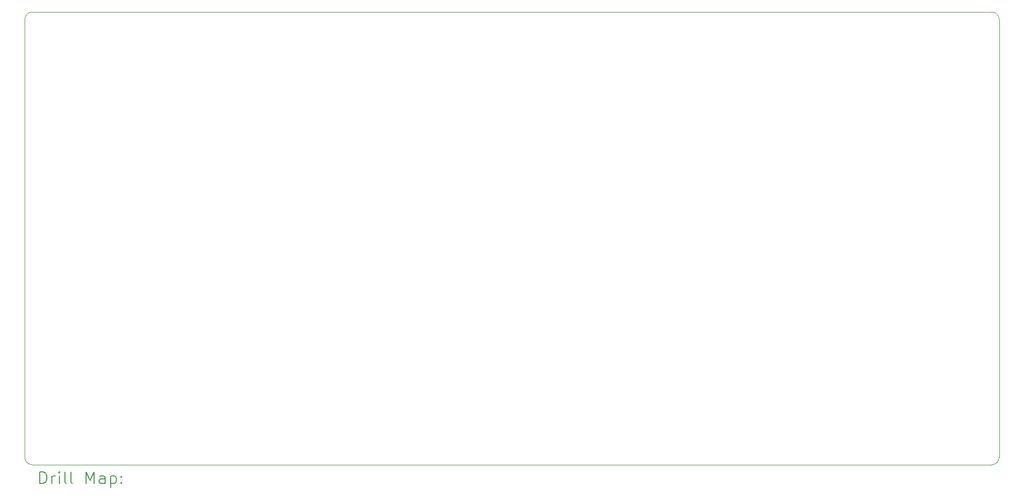
<source format=gbr>
%TF.GenerationSoftware,KiCad,Pcbnew,7.0.5*%
%TF.CreationDate,2024-08-04T00:39:53+08:00*%
%TF.ProjectId,TPS,5450532e-6b69-4636-9164-5f7063625858,rev?*%
%TF.SameCoordinates,Original*%
%TF.FileFunction,Drillmap*%
%TF.FilePolarity,Positive*%
%FSLAX45Y45*%
G04 Gerber Fmt 4.5, Leading zero omitted, Abs format (unit mm)*
G04 Created by KiCad (PCBNEW 7.0.5) date 2024-08-04 00:39:53*
%MOMM*%
%LPD*%
G01*
G04 APERTURE LIST*
%ADD10C,0.120000*%
%ADD11C,0.200000*%
G04 APERTURE END LIST*
D10*
X20115500Y-2900000D02*
X3973100Y-2900000D01*
X3846100Y-10393000D02*
G75*
G03*
X3973100Y-10520000I127000J0D01*
G01*
X3973100Y-2900000D02*
G75*
G03*
X3846100Y-3027000I0J-127000D01*
G01*
X20242500Y-10393000D02*
X20242500Y-3027000D01*
X20115500Y-10520000D02*
X3973100Y-10520000D01*
X3846100Y-3027000D02*
X3846100Y-10393000D01*
X20115500Y-10520000D02*
G75*
G03*
X20242500Y-10393000I0J127000D01*
G01*
X20242500Y-3027000D02*
G75*
G03*
X20115500Y-2900000I-127000J0D01*
G01*
D11*
X4100877Y-10837484D02*
X4100877Y-10637484D01*
X4100877Y-10637484D02*
X4148496Y-10637484D01*
X4148496Y-10637484D02*
X4177067Y-10647008D01*
X4177067Y-10647008D02*
X4196115Y-10666055D01*
X4196115Y-10666055D02*
X4205639Y-10685103D01*
X4205639Y-10685103D02*
X4215163Y-10723198D01*
X4215163Y-10723198D02*
X4215163Y-10751770D01*
X4215163Y-10751770D02*
X4205639Y-10789865D01*
X4205639Y-10789865D02*
X4196115Y-10808912D01*
X4196115Y-10808912D02*
X4177067Y-10827960D01*
X4177067Y-10827960D02*
X4148496Y-10837484D01*
X4148496Y-10837484D02*
X4100877Y-10837484D01*
X4300877Y-10837484D02*
X4300877Y-10704150D01*
X4300877Y-10742246D02*
X4310401Y-10723198D01*
X4310401Y-10723198D02*
X4319924Y-10713674D01*
X4319924Y-10713674D02*
X4338972Y-10704150D01*
X4338972Y-10704150D02*
X4358020Y-10704150D01*
X4424686Y-10837484D02*
X4424686Y-10704150D01*
X4424686Y-10637484D02*
X4415163Y-10647008D01*
X4415163Y-10647008D02*
X4424686Y-10656531D01*
X4424686Y-10656531D02*
X4434210Y-10647008D01*
X4434210Y-10647008D02*
X4424686Y-10637484D01*
X4424686Y-10637484D02*
X4424686Y-10656531D01*
X4548496Y-10837484D02*
X4529448Y-10827960D01*
X4529448Y-10827960D02*
X4519924Y-10808912D01*
X4519924Y-10808912D02*
X4519924Y-10637484D01*
X4653258Y-10837484D02*
X4634210Y-10827960D01*
X4634210Y-10827960D02*
X4624686Y-10808912D01*
X4624686Y-10808912D02*
X4624686Y-10637484D01*
X4881829Y-10837484D02*
X4881829Y-10637484D01*
X4881829Y-10637484D02*
X4948496Y-10780341D01*
X4948496Y-10780341D02*
X5015163Y-10637484D01*
X5015163Y-10637484D02*
X5015163Y-10837484D01*
X5196115Y-10837484D02*
X5196115Y-10732722D01*
X5196115Y-10732722D02*
X5186591Y-10713674D01*
X5186591Y-10713674D02*
X5167544Y-10704150D01*
X5167544Y-10704150D02*
X5129448Y-10704150D01*
X5129448Y-10704150D02*
X5110401Y-10713674D01*
X5196115Y-10827960D02*
X5177067Y-10837484D01*
X5177067Y-10837484D02*
X5129448Y-10837484D01*
X5129448Y-10837484D02*
X5110401Y-10827960D01*
X5110401Y-10827960D02*
X5100877Y-10808912D01*
X5100877Y-10808912D02*
X5100877Y-10789865D01*
X5100877Y-10789865D02*
X5110401Y-10770817D01*
X5110401Y-10770817D02*
X5129448Y-10761293D01*
X5129448Y-10761293D02*
X5177067Y-10761293D01*
X5177067Y-10761293D02*
X5196115Y-10751770D01*
X5291353Y-10704150D02*
X5291353Y-10904150D01*
X5291353Y-10713674D02*
X5310401Y-10704150D01*
X5310401Y-10704150D02*
X5348496Y-10704150D01*
X5348496Y-10704150D02*
X5367544Y-10713674D01*
X5367544Y-10713674D02*
X5377067Y-10723198D01*
X5377067Y-10723198D02*
X5386591Y-10742246D01*
X5386591Y-10742246D02*
X5386591Y-10799389D01*
X5386591Y-10799389D02*
X5377067Y-10818436D01*
X5377067Y-10818436D02*
X5367544Y-10827960D01*
X5367544Y-10827960D02*
X5348496Y-10837484D01*
X5348496Y-10837484D02*
X5310401Y-10837484D01*
X5310401Y-10837484D02*
X5291353Y-10827960D01*
X5472305Y-10818436D02*
X5481829Y-10827960D01*
X5481829Y-10827960D02*
X5472305Y-10837484D01*
X5472305Y-10837484D02*
X5462782Y-10827960D01*
X5462782Y-10827960D02*
X5472305Y-10818436D01*
X5472305Y-10818436D02*
X5472305Y-10837484D01*
X5472305Y-10713674D02*
X5481829Y-10723198D01*
X5481829Y-10723198D02*
X5472305Y-10732722D01*
X5472305Y-10732722D02*
X5462782Y-10723198D01*
X5462782Y-10723198D02*
X5472305Y-10713674D01*
X5472305Y-10713674D02*
X5472305Y-10732722D01*
M02*

</source>
